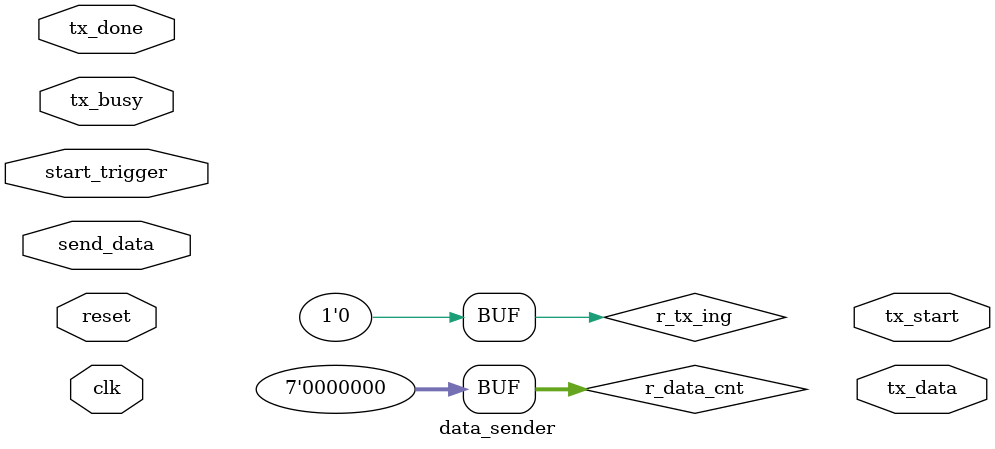
<source format=v>
`timescale 1ns / 1ps

module data_sender(
    input clk,
    input reset,
    input start_trigger,
    input [13:0] send_data,
    input  tx_busy,
    input  tx_done,
    output reg tx_start,
    output reg [7:0] tx_data
    );

    reg [6:0] r_data_cnt=0;
    reg r_tx_ing = 1'b0;

    // ------- uart로 1초에 1회씩 up counter값 출력 하기  ------------
   always @(posedge clk or posedge reset) begin
        if (reset) begin
        end 
    end

//------- 이름 출력 하기 ------------
//    always @(posedge clk or posedge reset) begin
//         if (reset) begin
//             tx_start <= 1'b0;
//             r_data_cnt <= 7'd0;
//         end else begin
//             if (start_trigger && !tx_busy) begin
//                 tx_start <= 1'b1;
//                 r_tx_ing = 1'b1;
//             end 
//             if (r_tx_ing) begin 
//                 if (!tx_busy) begin
//                     if (r_data_cnt == 7'd4) begin
//                         r_data_cnt <= 0;
//                         r_tx_ing <= 0;
//                     end else begin 
//                         case (r_data_cnt)
//                             8'd0 : tx_data <= 8'h4B;  // K
//                             8'd1 : tx_data <= 8'h53;  // S
//                             8'd2 : tx_data <= 8'h49;  // I
//                             8'd3 : tx_data <= 8'h0A; // LF
//                             default : tx_data <=  8'h0A; // LF
//                         endcase	
//                         r_data_cnt <= r_data_cnt + 1;
//                         tx_start <= 1'b1;
//                     end 
//                 end else begin
//                     tx_start <= 1'b0;
//                 end
//             end 
//         end
//     end

    // // ascii '0' ~ '9' 
    // always @(posedge  clk, posedge reset) begin
    //     if (reset) begin
    //         tx_start <= 0;
    //         r_data_cnt <= 0;
    //     end else begin
    //         if (start_trigger && !tx_busy) begin    
    //             tx_start <= 1'b1;      
    //             if (r_data_cnt == 7'd10) begin // '0'~'9 10자
    //                 r_data_cnt <= 1;
    //                 tx_data <= send_data;
    //             end else begin
    //                 tx_data <= send_data + r_data_cnt;
    //                 r_data_cnt <= r_data_cnt + 1; 
    //             end
    //         end else begin
    //             tx_start <= 1'b0;
    //         end 
    //     end 
    // end 

endmodule

</source>
